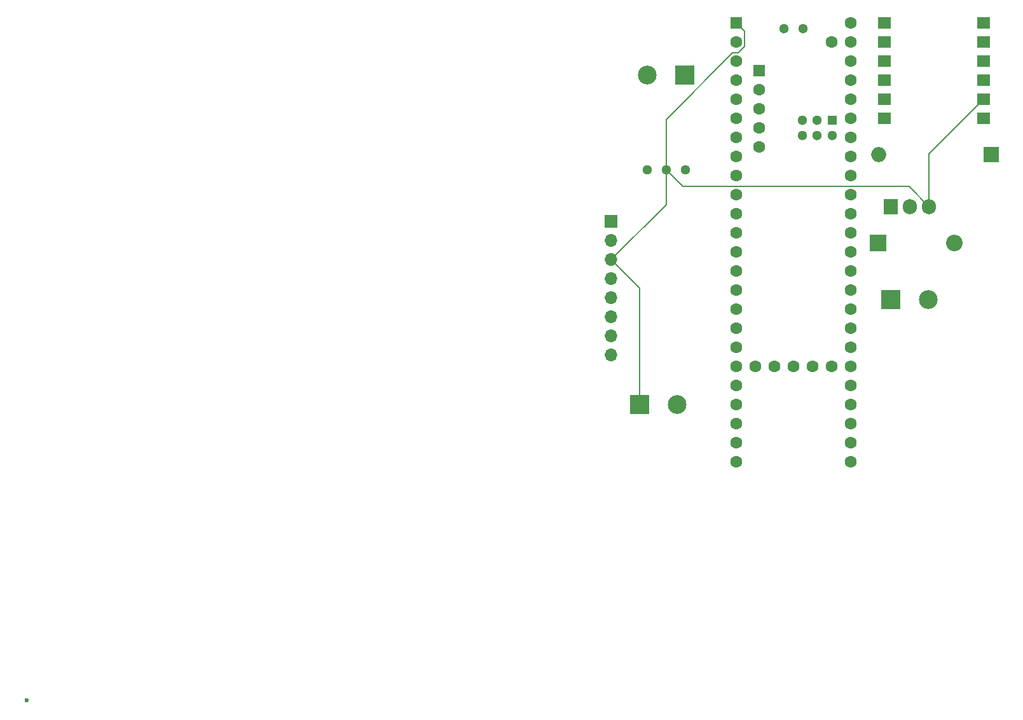
<source format=gbr>
%TF.GenerationSoftware,KiCad,Pcbnew,8.0.0*%
%TF.CreationDate,2024-12-02T23:00:26-05:00*%
%TF.ProjectId,ACS,4143532e-6b69-4636-9164-5f7063625858,rev?*%
%TF.SameCoordinates,Original*%
%TF.FileFunction,Copper,L2,Bot*%
%TF.FilePolarity,Positive*%
%FSLAX46Y46*%
G04 Gerber Fmt 4.6, Leading zero omitted, Abs format (unit mm)*
G04 Created by KiCad (PCBNEW 8.0.0) date 2024-12-02 23:00:26*
%MOMM*%
%LPD*%
G01*
G04 APERTURE LIST*
%TA.AperFunction,ComponentPad*%
%ADD10R,1.800000X1.500000*%
%TD*%
%TA.AperFunction,ComponentPad*%
%ADD11R,1.700000X1.700000*%
%TD*%
%TA.AperFunction,ComponentPad*%
%ADD12O,1.700000X1.700000*%
%TD*%
%TA.AperFunction,ComponentPad*%
%ADD13C,1.600000*%
%TD*%
%TA.AperFunction,ComponentPad*%
%ADD14R,1.600000X1.600000*%
%TD*%
%TA.AperFunction,ComponentPad*%
%ADD15R,1.300000X1.300000*%
%TD*%
%TA.AperFunction,ComponentPad*%
%ADD16C,1.300000*%
%TD*%
%TA.AperFunction,ComponentPad*%
%ADD17R,2.500000X2.500000*%
%TD*%
%TA.AperFunction,ComponentPad*%
%ADD18C,2.500000*%
%TD*%
%TA.AperFunction,ComponentPad*%
%ADD19O,2.000000X2.000000*%
%TD*%
%TA.AperFunction,ComponentPad*%
%ADD20R,2.000000X2.000000*%
%TD*%
%TA.AperFunction,ComponentPad*%
%ADD21R,1.905000X2.000000*%
%TD*%
%TA.AperFunction,ComponentPad*%
%ADD22O,1.905000X2.000000*%
%TD*%
%TA.AperFunction,ComponentPad*%
%ADD23C,1.280000*%
%TD*%
%TA.AperFunction,ComponentPad*%
%ADD24R,2.200000X2.200000*%
%TD*%
%TA.AperFunction,ComponentPad*%
%ADD25O,2.200000X2.200000*%
%TD*%
%TA.AperFunction,ViaPad*%
%ADD26C,0.600000*%
%TD*%
%TA.AperFunction,Conductor*%
%ADD27C,0.200000*%
%TD*%
G04 APERTURE END LIST*
D10*
%TO.P,WT901,1,D0*%
%TO.N,unconnected-(WT1-D0-Pad1)*%
X148190000Y-36260000D03*
%TO.P,WT901,2,VCC*%
%TO.N,unconnected-(WT1-VCC-Pad2)*%
X148190000Y-38800000D03*
%TO.P,WT901,3,RX*%
%TO.N,unconnected-(WT1-RX-Pad3)*%
X148190000Y-41340000D03*
%TO.P,WT901,4,TX*%
%TO.N,unconnected-(WT1-TX-Pad4)*%
X148190000Y-43880000D03*
%TO.P,WT901,5,GND*%
%TO.N,unconnected-(WT1-GND-Pad5)*%
X148190000Y-46420000D03*
%TO.P,WT901,6,D1*%
%TO.N,unconnected-(WT1-D1-Pad6)*%
X148190000Y-48960000D03*
%TO.P,WT901,7,D2*%
%TO.N,unconnected-(WT1-D2-Pad7)*%
X161430000Y-36260000D03*
%TO.P,WT901,8,VCC*%
%TO.N,+3V3*%
X161430000Y-38800000D03*
%TO.P,WT901,9,SCL*%
%TO.N,/SCL*%
X161430000Y-41340000D03*
%TO.P,WT901,10,SDA*%
%TO.N,/SDA*%
X161430000Y-43880000D03*
%TO.P,WT901,11,GND*%
%TO.N,GND*%
X161430000Y-46420000D03*
%TO.P,WT901,12,D4*%
%TO.N,unconnected-(WT1-D4-Pad12)*%
X161430000Y-48960000D03*
%TD*%
D11*
%TO.P,BMP388,1,VIN*%
%TO.N,+3V3*%
X111850000Y-62720000D03*
D12*
%TO.P,BMP388,2,3Vo*%
%TO.N,unconnected-(U2-3Vo-Pad2)*%
X111850000Y-65260000D03*
%TO.P,BMP388,3,GND*%
%TO.N,GND*%
X111850000Y-67800000D03*
%TO.P,BMP388,4,INT*%
%TO.N,unconnected-(U2-INT-Pad4)*%
X111850000Y-70340000D03*
%TO.P,BMP388,5,SCK*%
%TO.N,/SCL*%
X111850000Y-72880000D03*
%TO.P,BMP388,6,SDO*%
%TO.N,unconnected-(U2-SDO-Pad6)*%
X111850000Y-75420000D03*
%TO.P,BMP388,7,SDA*%
%TO.N,/SDA*%
X111850000Y-77960000D03*
%TO.P,BMP388,8,CS*%
%TO.N,unconnected-(U2-CS-Pad8)*%
X111850000Y-80500000D03*
%TD*%
D13*
%TO.P,U1,49,VUSB*%
%TO.N,unconnected-(U1-VUSB-Pad49)*%
X141170000Y-38845000D03*
%TO.P,U1,59,GND*%
%TO.N,unconnected-(U1-GND-Pad59)*%
X131520800Y-52764200D03*
%TO.P,U1,58,GND*%
%TO.N,unconnected-(U1-GND-Pad58)*%
X131520800Y-50224200D03*
%TO.P,U1,57,D+*%
%TO.N,unconnected-(U1-D+-Pad57)*%
X131520800Y-47684200D03*
%TO.P,U1,56,D-*%
%TO.N,unconnected-(U1-D--Pad56)*%
X131520800Y-45144200D03*
D14*
%TO.P,U1,55,5V*%
%TO.N,unconnected-(U1-5V-Pad55)*%
X131520800Y-42604200D03*
D13*
%TO.P,U1,48,VIN*%
%TO.N,/5VIN*%
X143710000Y-36305000D03*
%TO.P,U1,47,GND*%
%TO.N,unconnected-(U1-GND-Pad47)*%
X143710000Y-38845000D03*
%TO.P,U1,46,3V3*%
%TO.N,+3V3*%
X143710000Y-41385000D03*
%TO.P,U1,45,23_A9_CRX1_MCLK1*%
%TO.N,unconnected-(U1-23_A9_CRX1_MCLK1-Pad45)*%
X143710000Y-43925000D03*
%TO.P,U1,44,22_A8_CTX1*%
%TO.N,unconnected-(U1-22_A8_CTX1-Pad44)*%
X143710000Y-46465000D03*
%TO.P,U1,43,21_A7_RX5_BCLK1*%
%TO.N,unconnected-(U1-21_A7_RX5_BCLK1-Pad43)*%
X143710000Y-49005000D03*
%TO.P,U1,42,20_A6_TX5_LRCLK1*%
%TO.N,unconnected-(U1-20_A6_TX5_LRCLK1-Pad42)*%
X143710000Y-51545000D03*
%TO.P,U1,41,19_A5_SCL*%
%TO.N,/SCL*%
X143710000Y-54085000D03*
%TO.P,U1,40,18_A4_SDA*%
%TO.N,/SDA*%
X143710000Y-56625000D03*
%TO.P,U1,39,17_A3_TX4_SDA1*%
%TO.N,unconnected-(U1-17_A3_TX4_SDA1-Pad39)*%
X143710000Y-59165000D03*
%TO.P,U1,38,16_A2_RX4_SCL1*%
%TO.N,unconnected-(U1-16_A2_RX4_SCL1-Pad38)*%
X143710000Y-61705000D03*
%TO.P,U1,37,15_A1_RX3_SPDIF_IN*%
%TO.N,unconnected-(U1-15_A1_RX3_SPDIF_IN-Pad37)*%
X143710000Y-64245000D03*
%TO.P,U1,36,14_A0_TX3_SPDIF_OUT*%
%TO.N,unconnected-(U1-14_A0_TX3_SPDIF_OUT-Pad36)*%
X143710000Y-66785000D03*
%TO.P,U1,35,13_SCK_LED*%
%TO.N,unconnected-(U1-13_SCK_LED-Pad35)*%
X143710000Y-69325000D03*
D14*
%TO.P,U1,1,GND*%
%TO.N,GND*%
X128470000Y-36305000D03*
D13*
%TO.P,U1,2,0_RX1_CRX2_CS1*%
%TO.N,unconnected-(U1-0_RX1_CRX2_CS1-Pad2)*%
X128470000Y-38845000D03*
%TO.P,U1,3,1_TX1_CTX2_MISO1*%
%TO.N,unconnected-(U1-1_TX1_CTX2_MISO1-Pad3)*%
X128470000Y-41385000D03*
%TO.P,U1,4,2_OUT2*%
%TO.N,unconnected-(U1-2_OUT2-Pad4)*%
X128470000Y-43925000D03*
%TO.P,U1,5,3_LRCLK2*%
%TO.N,unconnected-(U1-3_LRCLK2-Pad5)*%
X128470000Y-46465000D03*
%TO.P,U1,6,4_BCLK2*%
%TO.N,unconnected-(U1-4_BCLK2-Pad6)*%
X128470000Y-49005000D03*
%TO.P,U1,7,5_IN2*%
%TO.N,/Valve Signal*%
X128470000Y-51545000D03*
%TO.P,U1,8,6_OUT1D*%
%TO.N,unconnected-(U1-6_OUT1D-Pad8)*%
X128470000Y-54085000D03*
%TO.P,U1,9,7_RX2_OUT1A*%
%TO.N,unconnected-(U1-7_RX2_OUT1A-Pad9)*%
X128470000Y-56625000D03*
%TO.P,U1,10,8_TX2_IN1*%
%TO.N,unconnected-(U1-8_TX2_IN1-Pad10)*%
X128470000Y-59165000D03*
%TO.P,U1,11,9_OUT1C*%
%TO.N,unconnected-(U1-9_OUT1C-Pad11)*%
X128470000Y-61705000D03*
%TO.P,U1,12,10_CS_MQSR*%
%TO.N,unconnected-(U1-10_CS_MQSR-Pad12)*%
X128470000Y-64245000D03*
%TO.P,U1,13,11_MOSI_CTX1*%
%TO.N,unconnected-(U1-11_MOSI_CTX1-Pad13)*%
X128470000Y-66785000D03*
%TO.P,U1,34,GND*%
%TO.N,unconnected-(U1-GND-Pad34)*%
X143710000Y-71865000D03*
%TO.P,U1,33,41_A17*%
%TO.N,unconnected-(U1-41_A17-Pad33)*%
X143710000Y-74405000D03*
%TO.P,U1,32,40_A16*%
%TO.N,unconnected-(U1-40_A16-Pad32)*%
X143710000Y-76945000D03*
%TO.P,U1,31,39_MISO1_OUT1A*%
%TO.N,unconnected-(U1-39_MISO1_OUT1A-Pad31)*%
X143710000Y-79485000D03*
%TO.P,U1,30,38_CS1_IN1*%
%TO.N,unconnected-(U1-38_CS1_IN1-Pad30)*%
X143710000Y-82025000D03*
%TO.P,U1,29,37_CS*%
%TO.N,unconnected-(U1-37_CS-Pad29)*%
X143710000Y-84565000D03*
%TO.P,U1,28,36_CS*%
%TO.N,unconnected-(U1-36_CS-Pad28)*%
X143710000Y-87105000D03*
%TO.P,U1,27,35_TX8*%
%TO.N,unconnected-(U1-35_TX8-Pad27)*%
X143710000Y-89645000D03*
%TO.P,U1,26,34_RX8*%
%TO.N,unconnected-(U1-34_RX8-Pad26)*%
X143710000Y-92185000D03*
%TO.P,U1,25,33_MCLK2*%
%TO.N,unconnected-(U1-33_MCLK2-Pad25)*%
X143710000Y-94725000D03*
%TO.P,U1,24,32_OUT1B*%
%TO.N,unconnected-(U1-32_OUT1B-Pad24)*%
X128470000Y-94725000D03*
%TO.P,U1,23,31_CTX3*%
%TO.N,unconnected-(U1-31_CTX3-Pad23)*%
X128470000Y-92185000D03*
%TO.P,U1,22,30_CRX3*%
%TO.N,unconnected-(U1-30_CRX3-Pad22)*%
X128470000Y-89645000D03*
%TO.P,U1,21,29_TX7*%
%TO.N,unconnected-(U1-29_TX7-Pad21)*%
X128470000Y-87105000D03*
%TO.P,U1,14,12_MISO_MQSL*%
%TO.N,unconnected-(U1-12_MISO_MQSL-Pad14)*%
X128470000Y-69325000D03*
%TO.P,U1,15,3V3*%
%TO.N,unconnected-(U1-3V3-Pad15)*%
X128470000Y-71865000D03*
%TO.P,U1,16,24_A10_TX6_SCL2*%
%TO.N,unconnected-(U1-24_A10_TX6_SCL2-Pad16)*%
X128470000Y-74405000D03*
%TO.P,U1,20,28_RX7*%
%TO.N,unconnected-(U1-28_RX7-Pad20)*%
X128470000Y-84565000D03*
%TO.P,U1,19,27_A13_SCK1*%
%TO.N,unconnected-(U1-27_A13_SCK1-Pad19)*%
X128470000Y-82025000D03*
%TO.P,U1,18,26_A12_MOSI1*%
%TO.N,unconnected-(U1-26_A12_MOSI1-Pad18)*%
X128470000Y-79485000D03*
%TO.P,U1,17,25_A11_RX6_SDA2*%
%TO.N,unconnected-(U1-25_A11_RX6_SDA2-Pad17)*%
X128470000Y-76945000D03*
D15*
%TO.P,U1,60,R+*%
%TO.N,unconnected-(U1-R+-Pad60)*%
X141271600Y-49275000D03*
D16*
%TO.P,U1,65,R-*%
%TO.N,unconnected-(U1-R--Pad65)*%
X141271600Y-51275000D03*
%TO.P,U1,61,LED*%
%TO.N,unconnected-(U1-LED-Pad61)*%
X139271600Y-49275000D03*
%TO.P,U1,64,GND*%
%TO.N,unconnected-(U1-GND-Pad64)*%
X139271600Y-51275000D03*
%TO.P,U1,63,T+*%
%TO.N,unconnected-(U1-T+-Pad63)*%
X137271600Y-51275000D03*
%TO.P,U1,62,T-*%
%TO.N,unconnected-(U1-T--Pad62)*%
X137271600Y-49275000D03*
D13*
%TO.P,U1,50,VBAT*%
%TO.N,unconnected-(U1-VBAT-Pad50)*%
X131010000Y-82025000D03*
%TO.P,U1,51,3V3*%
%TO.N,unconnected-(U1-3V3-Pad51)*%
X133550000Y-82025000D03*
%TO.P,U1,52,GND*%
%TO.N,unconnected-(U1-GND-Pad52)*%
X136090000Y-82025000D03*
%TO.P,U1,53,PROGRAM*%
%TO.N,unconnected-(U1-PROGRAM-Pad53)*%
X138630000Y-82025000D03*
%TO.P,U1,54,ON_OFF*%
%TO.N,unconnected-(U1-ON_OFF-Pad54)*%
X141170000Y-82025000D03*
D16*
%TO.P,U1,67,D+*%
%TO.N,unconnected-(U1-D+-Pad67)*%
X134820000Y-37035000D03*
%TO.P,U1,66,D-*%
%TO.N,unconnected-(U1-D--Pad66)*%
X137360000Y-37035000D03*
%TD*%
D17*
%TO.P,SW1,1,A*%
%TO.N,Net-(PS1-VOUT+)*%
X121660000Y-43250000D03*
D18*
%TO.P,SW1,2,B*%
%TO.N,/5VIN*%
X116660000Y-43250000D03*
%TD*%
D19*
%TO.P,R1,2*%
%TO.N,/Valve Signal*%
X147460000Y-53827500D03*
D20*
%TO.P,R1,1*%
%TO.N,Net-(Q1-G)*%
X162460000Y-53827500D03*
%TD*%
D21*
%TO.P,IRLB8721PBF,1,G*%
%TO.N,Net-(Q1-G)*%
X149080000Y-60725000D03*
D22*
%TO.P,IRLB8721PBF,2,D*%
%TO.N,+12V*%
X151620000Y-60725000D03*
%TO.P,IRLB8721PBF,3,S*%
%TO.N,GND*%
X154160000Y-60725000D03*
%TD*%
D23*
%TO.P,PS1,1,VIN+*%
%TO.N,+12V*%
X116620000Y-55823000D03*
%TO.P,PS1,2,GND*%
%TO.N,GND*%
X119160000Y-55823000D03*
%TO.P,PS1,3,VOUT+*%
%TO.N,Net-(PS1-VOUT+)*%
X121700000Y-55823000D03*
%TD*%
D17*
%TO.P,Battery,1,Pin_1*%
%TO.N,GND*%
X115610000Y-87060000D03*
D18*
%TO.P,Battery,2,Pin_2*%
%TO.N,+12V*%
X120610000Y-87060000D03*
%TD*%
D24*
%TO.P,Valve diode,1,K*%
%TO.N,+12V*%
X147370000Y-65590000D03*
D25*
%TO.P,Valve diode,2,A*%
X157530000Y-65590000D03*
%TD*%
D17*
%TO.P,2W-160-15N1,1,PWR*%
%TO.N,+12V*%
X149090000Y-73090000D03*
D18*
%TO.P,2W-160-15N1,2,GND*%
X154090000Y-73090000D03*
%TD*%
D26*
%TO.N,*%
X34000000Y-126500000D03*
%TD*%
D27*
%TO.N,GND*%
X119160000Y-60490000D02*
X119160000Y-55823000D01*
X111850000Y-67800000D02*
X119160000Y-60490000D01*
X115610000Y-71560000D02*
X111850000Y-67800000D01*
X115610000Y-87060000D02*
X115610000Y-71560000D01*
X121402000Y-58065000D02*
X119160000Y-55823000D01*
X154160000Y-60725000D02*
X151500000Y-58065000D01*
X151500000Y-58065000D02*
X121402000Y-58065000D01*
X154160000Y-53690000D02*
X154160000Y-60725000D01*
X161430000Y-46420000D02*
X154160000Y-53690000D01*
X119160000Y-49139365D02*
X119160000Y-55823000D01*
X128014365Y-40285000D02*
X119160000Y-49139365D01*
X128715000Y-40285000D02*
X128014365Y-40285000D01*
X129570000Y-37405000D02*
X129570000Y-39430000D01*
X128470000Y-36305000D02*
X129570000Y-37405000D01*
X129570000Y-39430000D02*
X128715000Y-40285000D01*
%TD*%
M02*

</source>
